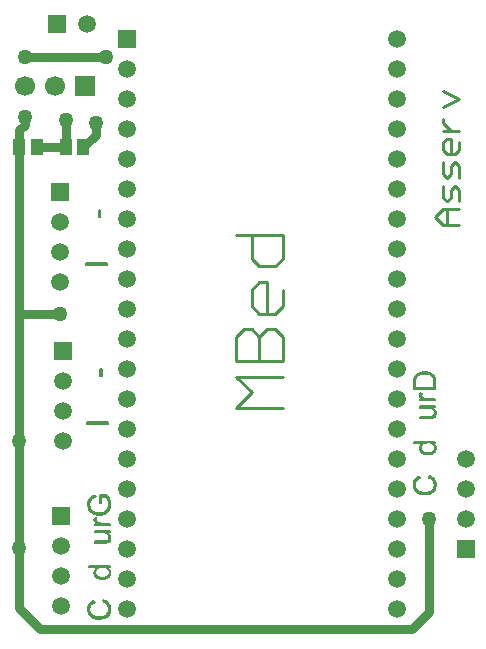
<source format=gtl>
%FSDAX24Y24*%
%MOIN*%
%SFA1B1*%

%IPPOS*%
%ADD10R,0.043300X0.055100*%
%ADD11C,0.031500*%
%ADD12C,0.010000*%
%ADD13R,0.059100X0.059100*%
%ADD14C,0.059100*%
%ADD15R,0.059100X0.059100*%
%ADD16R,0.066900X0.066900*%
%ADD17C,0.066900*%
%ADD18C,0.050000*%
%ADD31C,0.005000*%
%LNcarteasserv-1*%
%LPD*%
G54D31*
X024798Y022055D02*
X024754D01*
Y022289*
X024798*
Y022055*
X024748Y022105D02*
X024804D01*
Y022239*
X024748*
Y022105*
X024862Y014592D02*
X024863Y014591D01*
X024872Y014589*
X024880Y014584*
X024894Y014580*
X024905Y014576*
X024917Y014569*
X024947Y014555*
X024977Y014535*
X025005Y014514*
X025016Y014502*
X025027Y014491*
X025026Y014491*
X025029Y014486*
X025033Y014481*
X025036Y014477*
X025041Y014468*
X025047Y014459*
X025052Y014450*
X025056Y014440*
X025063Y014425*
X025068Y014411*
X025073Y014395*
X025077Y014380*
X025085Y014344*
X025087Y014325*
X025088Y014303*
X025088Y014304*
Y014299*
Y014295*
X025087Y014285*
Y014276*
X025085Y014266*
X025083Y014251*
X025082Y014238*
X025075Y014208*
X025068Y014176*
X025055Y014146*
X025049Y014132*
X025041Y014118*
X025039Y014115*
X025041Y014118*
X025037Y014114*
X025034Y014108*
X025023Y014095*
X025008Y014080*
X024990Y014062*
X024966Y014045*
X024939Y014026*
X024913Y014012*
X024942Y014020*
X024905Y014011*
X024899Y014008*
X024894Y014006*
X024886Y014003*
X024875Y014000*
X024865Y013997*
X024851Y013994*
X024838Y013990*
X024823Y013987*
X024788Y013980*
X024754Y013975*
X024715Y013974*
X024706Y013975*
X024697Y013976*
X024686*
X024674Y013976*
X024664Y013977*
X024650Y013980*
X024617Y013986*
X024585Y013992*
X024552Y014003*
X024515Y014018*
X024519Y014018*
X024520Y014017*
X024514Y014021*
X024507Y014024*
X024501Y014028*
X024494Y014033*
X024475Y014047*
X024454Y014064*
X024434Y014084*
X024414Y014108*
X024399Y014129*
X024395Y014139*
X024393Y014142*
X024392Y014146*
X024388Y014156*
X024383Y014164*
X024380Y014173*
X024376Y014185*
X024372Y014197*
X024369Y014209*
X024361Y014239*
X024356Y014271*
X024354Y014307*
X024355Y014307*
Y014311*
Y014316*
X024355Y014322*
X024356Y014332*
X024357Y014344*
X024358Y014355*
X024361Y014367*
X024368Y014396*
X024377Y014426*
X024383Y014441*
X024390Y014455*
X024398Y014469*
X024408Y014481*
X024410Y014484*
X024413Y014489*
X024412Y014488*
X024416Y014492*
X024422Y014498*
X024430Y014506*
X024438Y014513*
X024446Y014521*
X024457Y014530*
X024467Y014537*
X024480Y014545*
X024494Y014554*
X024508Y014561*
X024523Y014568*
X024533Y014572*
X024561Y014516*
X024576Y014536*
X024562Y014529*
X024557Y014528*
X024549Y014524*
X024542Y014521*
X024533Y014517*
X024516Y014509*
X024496Y014498*
X024473Y014483*
X024451Y014466*
X024430Y014442*
X024429Y014438*
X024425Y014432*
X024419Y014421*
X024411Y014405*
X024403Y014386*
X024396Y014361*
X024391Y014335*
X024390Y014304*
X024390Y014303*
Y014301*
Y014293*
X024391Y014287*
Y014280*
X024392Y014270*
X024396Y014248*
X024400Y014223*
X024410Y014197*
X024421Y014170*
X024434Y014152*
X024438Y014142*
X024441Y014139*
X024447Y014132*
X024456Y014121*
X024471Y014107*
X024489Y014094*
X024508Y014079*
X024534Y014064*
X024566Y014052*
X024563Y014053*
X024565Y014052*
X024569Y014051*
X024574Y014049*
X024583Y014046*
X024592Y014045*
X024610Y014040*
X024633Y014036*
X024658Y014032*
X024686Y014030*
X024715Y014029*
X024733Y014029*
X024741Y014030*
X024752*
X024763Y014031*
X024775Y014032*
X024802Y014036*
X024832Y014040*
X024863Y014047*
X024888Y014056*
X024896*
X024903Y014063*
X024904Y014064*
X024905Y014063*
X024921Y014070*
X024938Y014081*
X024958Y014095*
X024976Y014111*
X024996Y014130*
X025015Y014160*
X025013Y014154*
X025014Y014155*
X025018Y014162*
X025020Y014166*
X025025Y014181*
X025033Y014198*
X025039Y014218*
X025046Y014241*
X025050Y014269*
X025051Y014296*
X025052Y014298*
Y014301*
Y014307*
X025051Y014313*
Y014319*
X025049Y014329*
X025046Y014352*
X025039Y014376*
X025029Y014403*
X025016Y014428*
X024998Y014455*
X024995Y014457*
X024994Y014458*
X024986Y014466*
X024974Y014477*
X024957Y014491*
X024935Y014505*
X024908Y014520*
X024875Y014532*
X024865Y014535*
X024872Y014603*
X024861Y014594*
X024862Y014592*
X024600Y013990D02*
X024840D01*
X024500Y014040D02*
X024600D01*
X024840D02*
X024950D01*
X024440Y014090D02*
X024480D01*
X024960D02*
X025010D01*
X024400Y014140D02*
X024430D01*
X025020D02*
X025050D01*
X024390Y014190D02*
X024410D01*
X025040D02*
X025070D01*
X024370Y014240D02*
X024390D01*
X025060D02*
X025070D01*
X024370Y014290D02*
X024380D01*
X025060D02*
X025090D01*
X024370Y014340D02*
X024380D01*
X025060D02*
X025090D01*
X024380Y014390D02*
X024390D01*
X025050D02*
X025070D01*
X024390Y014440D02*
X024420D01*
X025030D02*
X025050D01*
X024430Y014490D02*
X024480D01*
X024970D02*
X025020D01*
X024480Y014540D02*
X024540D01*
X024880D02*
X024970D01*
X024870Y014590D02*
X024860D01*
X025075Y015698D02*
X024991D01*
X025014Y015652*
X025023Y015647*
X025028Y015642*
X025033Y015639*
X025038Y015633*
X025044Y015626*
X025051Y015618*
X025058Y015608*
X025065Y015597*
X025071Y015587*
X025077Y015576*
X025081Y015563*
X025084Y015550*
X025087Y015535*
X025088Y015517*
X025088Y015518*
Y015516*
Y015515*
X025087Y015512*
X025085Y015498*
X025083Y015484*
X025078Y015466*
X025074Y015449*
X025065Y015429*
X025053Y015403*
X025054Y015410*
X025057Y015412*
X025051Y015405*
X025043Y015396*
X025031Y015383*
X025020Y015372*
X025004Y015359*
X024987Y015348*
X024970Y015339*
X024969*
X024961Y015335*
X024959Y015334*
X024955Y015332*
X024952Y015331*
X024944Y015329*
X024925Y015322*
X024905Y015317*
X024882Y015313*
X024855Y015309*
X024826Y015308*
X024814Y015309*
X024807Y015310*
X024798*
X024780Y015311*
X024758Y015315*
X024735Y015320*
X024709Y015325*
X024682Y015335*
X024685Y015334*
X024686Y015334*
X024681Y015336*
X024676Y015338*
X024667Y015343*
X024653Y015351*
X024637Y015363*
X024621Y015375*
X024607Y015389*
X024599Y015400*
Y015404*
X024592Y015411*
X024589Y015414*
X024585Y015423*
X024579Y015437*
X024573Y015454*
X024568Y015472*
X024564Y015493*
X024562Y015516*
X024563Y015516*
Y015517*
X024564Y015530*
X024565Y015540*
X024568Y015550*
X024571Y015564*
X024576Y015577*
X024582Y015591*
X024583Y015592*
X024585Y015595*
X024588Y015602*
X024595Y015610*
X024601Y015619*
X024609Y015628*
X024619Y015637*
X024684Y015691*
X024367*
Y015734*
X025075*
Y015698*
X024720Y015330D02*
X024950D01*
X024630Y015380D02*
X025020D01*
X024600Y015430D02*
X025060D01*
X024580Y015480D02*
X025070D01*
X024570Y015530D02*
X025090D01*
X024590Y015580D02*
X025070D01*
X024620Y015630D02*
X025030D01*
X024680Y015680D02*
X024990D01*
X024975Y025775D02*
X024267D01*
Y025825*
X024975*
Y025775*
X024925Y025825D02*
X024317D01*
X024292Y025800*
X024925Y025776*
Y025825*
X024748Y027355D02*
X024704D01*
Y027589*
X024748*
Y027355*
X024698Y027405D02*
X024754D01*
Y027539*
X024698*
Y027405*
X025025Y020475D02*
X024317D01*
Y020525*
X025025*
Y020475*
X024975Y020525D02*
X024367D01*
X024342Y020500*
X024975Y020476*
Y020525*
X035712Y018742D02*
X035713Y018741D01*
X035722Y018739*
X035730Y018734*
X035744Y018730*
X035755Y018726*
X035767Y018719*
X035797Y018705*
X035827Y018685*
X035855Y018664*
X035866Y018652*
X035877Y018641*
X035876Y018641*
X035879Y018636*
X035883Y018631*
X035886Y018627*
X035891Y018618*
X035897Y018609*
X035902Y018600*
X035906Y018590*
X035913Y018575*
X035918Y018561*
X035923Y018545*
X035927Y018530*
X035935Y018494*
X035937Y018475*
X035938Y018453*
X035938Y018454*
Y018449*
Y018445*
X035937Y018435*
Y018426*
X035935Y018416*
X035933Y018401*
X035932Y018388*
X035925Y018358*
X035918Y018326*
X035905Y018296*
X035899Y018282*
X035891Y018268*
X035889Y018265*
X035891Y018268*
X035887Y018264*
X035884Y018258*
X035873Y018245*
X035858Y018230*
X035840Y018212*
X035816Y018195*
X035789Y018176*
X035763Y018162*
X035792Y018170*
X035755Y018161*
X035749Y018158*
X035744Y018156*
X035736Y018153*
X035725Y018150*
X035715Y018147*
X035701Y018144*
X035688Y018140*
X035673Y018137*
X035638Y018130*
X035604Y018125*
X035565Y018124*
X035556Y018125*
X035547Y018126*
X035536*
X035524Y018126*
X035514Y018127*
X035500Y018130*
X035467Y018136*
X035435Y018142*
X035402Y018153*
X035365Y018168*
X035369Y018168*
X035370Y018167*
X035364Y018171*
X035357Y018174*
X035351Y018178*
X035344Y018183*
X035325Y018197*
X035304Y018214*
X035284Y018234*
X035264Y018258*
X035249Y018279*
X035245Y018289*
X035243Y018292*
X035242Y018296*
X035238Y018306*
X035233Y018314*
X035230Y018323*
X035226Y018335*
X035222Y018347*
X035219Y018359*
X035211Y018389*
X035206Y018421*
X035204Y018457*
X035205Y018457*
Y018461*
Y018466*
X035205Y018472*
X035206Y018482*
X035207Y018494*
X035208Y018505*
X035211Y018517*
X035218Y018546*
X035227Y018576*
X035233Y018591*
X035240Y018605*
X035248Y018619*
X035258Y018631*
X035260Y018634*
X035263Y018639*
X035262Y018638*
X035266Y018642*
X035272Y018648*
X035280Y018656*
X035288Y018663*
X035296Y018671*
X035307Y018680*
X035317Y018687*
X035330Y018695*
X035344Y018704*
X035358Y018711*
X035373Y018718*
X035383Y018722*
X035411Y018666*
X035426Y018686*
X035412Y018679*
X035407Y018678*
X035399Y018674*
X035392Y018671*
X035383Y018667*
X035366Y018659*
X035346Y018648*
X035323Y018633*
X035301Y018616*
X035280Y018592*
X035279Y018588*
X035275Y018582*
X035269Y018571*
X035261Y018555*
X035253Y018536*
X035246Y018511*
X035241Y018485*
X035240Y018454*
X035240Y018453*
Y018451*
Y018443*
X035241Y018437*
Y018430*
X035242Y018420*
X035246Y018398*
X035250Y018373*
X035260Y018347*
X035271Y018320*
X035284Y018302*
X035288Y018292*
X035291Y018289*
X035297Y018282*
X035306Y018271*
X035321Y018257*
X035339Y018244*
X035358Y018229*
X035384Y018214*
X035416Y018202*
X035413Y018203*
X035415Y018202*
X035419Y018201*
X035424Y018199*
X035433Y018196*
X035442Y018195*
X035460Y018190*
X035483Y018186*
X035508Y018182*
X035536Y018180*
X035565Y018179*
X035583Y018179*
X035591Y018180*
X035602*
X035613Y018181*
X035625Y018182*
X035652Y018186*
X035682Y018190*
X035713Y018197*
X035738Y018206*
X035746*
X035753Y018213*
X035754Y018214*
X035755Y018213*
X035771Y018220*
X035788Y018231*
X035808Y018245*
X035826Y018261*
X035846Y018280*
X035865Y018310*
X035863Y018304*
X035864Y018305*
X035868Y018312*
X035870Y018316*
X035875Y018331*
X035883Y018348*
X035889Y018368*
X035896Y018391*
X035900Y018419*
X035901Y018446*
X035902Y018448*
Y018451*
Y018457*
X035901Y018463*
Y018469*
X035899Y018479*
X035896Y018502*
X035889Y018526*
X035879Y018553*
X035866Y018578*
X035848Y018605*
X035845Y018607*
X035844Y018608*
X035836Y018616*
X035824Y018627*
X035807Y018641*
X035785Y018655*
X035758Y018670*
X035725Y018682*
X035715Y018685*
X035722Y018753*
X035711Y018744*
X035712Y018742*
X035450Y018140D02*
X035690D01*
X035350Y018190D02*
X035450D01*
X035690D02*
X035800D01*
X035290Y018240D02*
X035330D01*
X035810D02*
X035860D01*
X035250Y018290D02*
X035280D01*
X035870D02*
X035900D01*
X035240Y018340D02*
X035260D01*
X035890D02*
X035920D01*
X035220Y018390D02*
X035240D01*
X035910D02*
X035920D01*
X035220Y018440D02*
X035230D01*
X035910D02*
X035940D01*
X035220Y018490D02*
X035230D01*
X035910D02*
X035940D01*
X035230Y018540D02*
X035240D01*
X035900D02*
X035920D01*
X035240Y018590D02*
X035270D01*
X035880D02*
X035900D01*
X035280Y018640D02*
X035330D01*
X035820D02*
X035870D01*
X035330Y018690D02*
X035390D01*
X035730D02*
X035820D01*
X035720Y018740D02*
X035710D01*
X035925Y021028D02*
X035764D01*
X035857Y020981*
X035857Y020981*
X035863Y020976*
X035867Y020972*
X035874Y020967*
X035880Y020959*
X035889Y020951*
X035897Y020941*
X035904Y020931*
X035912Y020920*
X035918Y020907*
X035925Y020892*
X035931Y020878*
X035934Y020863*
X035937Y020846*
X035938Y020827*
X035938Y020827*
Y020822*
X035937Y020815*
X035935Y020802*
X035933Y020789*
X035930Y020776*
X035926Y020762*
X035920Y020746*
X035920Y020746*
X035918Y020742*
X035915Y020736*
X035910Y020728*
X035904Y020719*
X035897Y020710*
X035890Y020703*
X035880Y020694*
X035880Y020693*
X035879Y020693*
X035875Y020691*
X035867Y020687*
X035857Y020682*
X035847Y020678*
X035837Y020674*
X035826Y020671*
X035812Y020669*
X035820Y020671*
X035815*
X035805Y020669*
X035794Y020669*
X035779*
X035761Y020667*
X035426*
Y020711*
X035731*
X035746Y020712*
X035762*
X035779Y020713*
X035794Y020714*
X035806Y020715*
X035813Y020717*
X035816Y020718*
X035824Y020721*
X035835Y020725*
X035847Y020731*
X035860Y020740*
X035871Y020750*
X035877Y020756*
X035883Y020759*
X035888Y020772*
X035891Y020777*
X035896Y020787*
X035899Y020799*
X035904Y020813*
X035906Y020830*
X035908Y020847*
Y020850*
Y020856*
X035906Y020866*
X035905Y020876*
X035903Y020890*
X035897Y020905*
X035892Y020920*
X035882Y020939*
X035880Y020942*
X035872Y020953*
X035864Y020963*
X035855Y020972*
X035842Y020983*
X035828Y020991*
X035814Y020999*
X035807Y021002*
X035803Y021003*
X035795Y021005*
X035782Y021009*
X035765Y021012*
X035744Y021015*
X035722Y021016*
X035696Y021017*
X035426Y021018*
Y021061*
X035925*
Y021028*
X035440Y020690D02*
X035870D01*
Y020740D02*
X035910D01*
Y020790D02*
X035920D01*
Y020840D02*
X035940D01*
X035910Y020890D02*
X035920D01*
X035890Y020940D02*
D01*
X035840Y020990D02*
X035830D01*
X035440Y021040D02*
X035910D01*
X035925Y019848D02*
X035841D01*
X035864Y019802*
X035873Y019797*
X035878Y019792*
X035883Y019789*
X035888Y019783*
X035894Y019776*
X035901Y019768*
X035908Y019758*
X035915Y019747*
X035921Y019737*
X035927Y019726*
X035931Y019713*
X035934Y019700*
X035937Y019685*
X035938Y019667*
X035938Y019668*
Y019666*
Y019665*
X035937Y019662*
X035935Y019648*
X035933Y019634*
X035928Y019616*
X035924Y019599*
X035915Y019579*
X035903Y019553*
X035904Y019560*
X035907Y019562*
X035901Y019555*
X035893Y019546*
X035881Y019533*
X035870Y019522*
X035854Y019509*
X035837Y019498*
X035820Y019489*
X035819*
X035811Y019485*
X035809Y019484*
X035805Y019482*
X035802Y019481*
X035794Y019479*
X035775Y019472*
X035755Y019467*
X035732Y019463*
X035705Y019459*
X035676Y019458*
X035664Y019459*
X035657Y019460*
X035648*
X035630Y019461*
X035608Y019465*
X035585Y019470*
X035559Y019475*
X035532Y019485*
X035535Y019484*
X035536Y019484*
X035531Y019486*
X035526Y019488*
X035517Y019493*
X035503Y019501*
X035487Y019513*
X035471Y019525*
X035457Y019539*
X035449Y019550*
Y019554*
X035442Y019561*
X035439Y019564*
X035435Y019573*
X035429Y019587*
X035423Y019604*
X035418Y019622*
X035414Y019643*
X035412Y019666*
X035413Y019666*
Y019667*
X035414Y019680*
X035415Y019690*
X035418Y019700*
X035421Y019714*
X035426Y019727*
X035432Y019741*
X035433Y019742*
X035435Y019745*
X035438Y019752*
X035445Y019760*
X035451Y019769*
X035459Y019778*
X035469Y019787*
X035534Y019841*
X035217*
Y019884*
X035925*
Y019848*
X035570Y019480D02*
X035800D01*
X035480Y019530D02*
X035870D01*
X035450Y019580D02*
X035910D01*
X035430Y019630D02*
X035920D01*
X035420Y019680D02*
X035940D01*
X035440Y019730D02*
X035920D01*
X035470Y019780D02*
X035880D01*
X035530Y019830D02*
X035840D01*
X024975Y018104D02*
X024976Y018102D01*
X024983Y018095*
X024984Y018093*
X024989Y018086*
X024994Y018079*
X025007Y018059*
X025020Y018037*
X025034Y018013*
X025048Y017985*
X025060Y017961*
X025062Y017953*
X025061Y017953*
X025062Y017952*
X025064Y017944*
X025067Y017937*
X025068Y017932*
X025070Y017922*
X025073Y017911*
X025078Y017887*
X025083Y017862*
X025087Y017834*
X025088Y017806*
X025088Y017806*
Y017802*
Y017797*
X025087Y017789*
Y017780*
X025085Y017769*
X025084Y017756*
X025082Y017744*
X025076Y017713*
X025068Y017680*
X025058Y017647*
X025044Y017618*
X025042Y017616*
X025039Y017608*
X025039Y017607*
X025034Y017602*
X025030Y017594*
X025026Y017588*
X025011Y017568*
X024993Y017547*
X024970Y017527*
X024944Y017506*
X024921Y017490*
X024911Y017486*
X024909Y017485*
X024911Y017485*
X024902Y017483*
X024893Y017478*
X024885Y017475*
X024874Y017471*
X024860Y017467*
X024847Y017463*
X024832Y017460*
X024799Y017451*
X024764Y017447*
X024724Y017446*
X024716*
X024708Y017447*
X024697*
X024687Y017447*
X024674Y017448*
X024662Y017450*
X024631Y017456*
X024598Y017464*
X024563Y017475*
X024523Y017491*
X024526Y017490*
X024525Y017491*
X024521Y017493*
X024515Y017496*
X024509Y017500*
X024501Y017506*
X024479Y017520*
X024458Y017538*
X024437Y017558*
X024416Y017584*
X024406Y017596*
X024404Y017597*
X024413Y017590*
X024396Y017616*
X024391Y017626*
X024389Y017631*
X024385Y017642*
X024380Y017652*
X024376Y017664*
X024373Y017677*
X024369Y017692*
X024361Y017724*
X024356Y017759*
X024354Y017800*
X024355Y017800*
Y017802*
Y017807*
Y017810*
X024356Y017816*
Y017827*
X024357Y017844*
X024361Y017865*
X024365Y017890*
X024371Y017913*
X024381Y017941*
X024380Y017937*
X024381Y017938*
X024383Y017944*
X024384Y017947*
X024389Y017956*
X024398Y017971*
X024407Y017988*
X024419Y018003*
X024432Y018018*
X024443Y018028*
X024447Y018030*
X024454Y018037*
X024463Y018042*
X024477Y018051*
X024493Y018059*
X024512Y018068*
X024534Y018077*
X024537Y018078*
X024567Y018027*
X024603Y018077*
X024564Y018039*
X024563Y018038*
X024551Y018034*
X024538Y018029*
X024523Y018022*
X024507Y018016*
X024489Y018007*
X024472Y017995*
X024470Y017992*
X024467Y017991*
X024459Y017983*
X024449Y017974*
X024440Y017961*
X024431Y017948*
X024421Y017932*
X024412Y017913*
X024408Y017904*
X024405Y017892*
X024400Y017879*
X024397Y017862*
X024394Y017844*
X024391Y017823*
X024390Y017800*
X024390Y017799*
Y017796*
Y017793*
Y017786*
X024391Y017773*
X024392Y017756*
X024396Y017736*
X024399Y017714*
X024406Y017693*
X024413Y017671*
X024417Y017662*
X024423Y017651*
X024430Y017638*
X024439Y017626*
X024448Y017611*
X024461Y017596*
X024476Y017579*
X024482Y017576*
X024482Y017576*
X024489Y017570*
X024499Y017562*
X024512Y017554*
X024525Y017545*
X024540Y017537*
X024561Y017529*
X024558Y017529*
X024563Y017528*
X024566Y017527*
X024570Y017525*
X024577Y017522*
X024587Y017519*
X024605Y017514*
X024629Y017509*
X024656Y017504*
X024687Y017500*
X024719Y017499*
X024730Y017499*
X024738Y017500*
X024747*
X024758Y017502*
X024769Y017503*
X024780Y017504*
X024810Y017507*
X024841Y017514*
X024870Y017523*
X024894Y017535*
X024908Y017538*
X024905Y017537*
X024911Y017541*
X024917Y017546*
X024927Y017553*
X024943Y017564*
X024960Y017579*
X024980Y017598*
X024998Y017621*
X025015Y017652*
X025017Y017656*
X025020Y017666*
X025021Y017667*
X025025Y017676*
X025031Y017694*
X025038Y017718*
X025043Y017742*
X025047Y017770*
X025048Y017800*
X025049Y017802*
Y017804*
Y017808*
Y017814*
X025047Y017828*
X025044Y017844*
X025042Y017863*
X025038Y017887*
X025031Y017912*
X025024Y017932*
X025022Y017942*
X025019Y017944*
X025019Y017945*
X025017Y017948*
X025013Y017959*
X025006Y017975*
X024996Y017991*
X024987Y018007*
X024976Y018024*
X024956Y018047*
X024778*
Y017825*
X024739*
Y018095*
X024984*
X024975Y018104*
X024590Y017470D02*
X024860D01*
X024490Y017520D02*
X024570D01*
X024880D02*
X024950D01*
X024440Y017570D02*
X024480D01*
X024960D02*
X025000D01*
X024410Y017620D02*
X024440D01*
X025010D02*
X025030D01*
X024390Y017670D02*
X024400D01*
X025030D02*
X025060D01*
X024370Y017720D02*
X024390D01*
X025050D02*
X025070D01*
X024370Y017770D02*
X024380D01*
X025060D02*
X025090D01*
X024370Y017820D02*
X024380D01*
X024750D02*
X024770D01*
X025060D02*
X025090D01*
X024370Y017870D02*
X024390D01*
X024750D02*
X024770D01*
X025050D02*
X025070D01*
X024390Y017920D02*
X024410D01*
X024750D02*
X024770D01*
X025040D02*
X025060D01*
X024410Y017970D02*
X024440D01*
X024750D02*
X024770D01*
X025020D02*
X025050D01*
X024440Y018020D02*
X024510D01*
X024750D02*
X024770D01*
X024990D02*
X025020D01*
X024520Y018070D02*
X024540D01*
X024600D02*
X024590D01*
X024750D02*
X024990D01*
X035587Y022195D02*
X035597D01*
X035616Y022194*
X035638Y022191*
X035664Y022187*
X035689Y022182*
X035717Y022175*
X035714Y022175*
X035714Y022175*
X035720Y022173*
X035724Y022172*
X035734Y022168*
X035751Y022162*
X035766Y022156*
X035784Y022147*
X035800Y022138*
X035819Y022125*
X035819Y022125*
X035821Y022123*
X035830Y022117*
X035840Y022108*
X035849Y022099*
X035860Y022089*
X035870Y022077*
X035883Y022059*
X035881Y022060*
X035886Y022051*
X035891Y022042*
X035897Y022031*
X035902Y022017*
X035908Y022001*
X035912Y021985*
Y021981*
X035915Y021973*
X035916Y021966*
X035918Y021950*
X035920Y021934*
X035923Y021913*
X035924Y021891*
X035925Y021867*
X035925Y021621*
X035217*
Y021855*
Y021856*
Y021859*
Y021863*
Y021870*
Y021877*
Y021884*
X035218Y021904*
X035219Y021925*
X035221Y021946*
X035225Y021967*
X035228Y021987*
X035228Y021986*
X035229Y021990*
X035229Y021989*
X035230Y021992*
X035234Y022004*
X035240Y022018*
X035246Y022035*
X035254Y022051*
X035264Y022068*
X035280Y022093*
X035277Y022082*
X035276Y022081*
X035285Y022094*
X035295Y022103*
X035309Y022114*
X035327Y022129*
X035347Y022142*
X035371Y022155*
X035393Y022166*
X035395*
X035400Y022168*
X035404Y022168*
X035411Y022171*
X035416Y022174*
X035425Y022175*
X035435Y022179*
X035444Y022181*
X035458Y022183*
X035472Y022187*
X035500Y022191*
X035531Y022195*
X035567Y022196*
X035580*
X035587Y022195*
X035230Y021640D02*
X035930D01*
X035230Y021690D02*
X035930D01*
X035230Y021740D02*
X035930D01*
X035230Y021790D02*
X035930D01*
X035230Y021840D02*
X035930D01*
X035230Y021890D02*
X035910D01*
X035230Y021940D02*
X035910D01*
X035240Y021990D02*
X035900D01*
X035260Y022040D02*
X035880D01*
X035300Y022090D02*
X035850D01*
X035360Y022140D02*
X035790D01*
X035510Y022190D02*
X035580D01*
X025075Y016878D02*
X024914D01*
X025007Y016831*
X025007Y016831*
X025013Y016826*
X025017Y016822*
X025024Y016817*
X025030Y016809*
X025039Y016801*
X025047Y016791*
X025054Y016781*
X025062Y016770*
X025068Y016757*
X025075Y016742*
X025081Y016728*
X025084Y016713*
X025087Y016696*
X025088Y016677*
X025088Y016677*
Y016672*
X025087Y016665*
X025085Y016652*
X025083Y016639*
X025080Y016626*
X025076Y016612*
X025070Y016596*
X025070Y016596*
X025068Y016592*
X025065Y016586*
X025060Y016578*
X025054Y016569*
X025047Y016560*
X025040Y016553*
X025030Y016544*
X025030Y016543*
X025029Y016543*
X025025Y016541*
X025017Y016537*
X025007Y016532*
X024997Y016528*
X024987Y016524*
X024976Y016521*
X024962Y016519*
X024970Y016521*
X024965*
X024955Y016519*
X024944Y016519*
X024929*
X024911Y016517*
X024576*
Y016561*
X024881*
X024896Y016562*
X024912*
X024929Y016563*
X024944Y016564*
X024956Y016565*
X024963Y016567*
X024966Y016568*
X024974Y016571*
X024985Y016575*
X024997Y016581*
X025010Y016590*
X025021Y016600*
X025027Y016606*
X025033Y016609*
X025038Y016622*
X025041Y016627*
X025046Y016637*
X025049Y016649*
X025054Y016663*
X025056Y016680*
X025058Y016697*
Y016700*
Y016706*
X025056Y016716*
X025055Y016726*
X025053Y016740*
X025047Y016755*
X025042Y016770*
X025032Y016789*
X025030Y016792*
X025022Y016803*
X025014Y016813*
X025005Y016822*
X024992Y016833*
X024978Y016841*
X024964Y016849*
X024957Y016852*
X024953Y016853*
X024945Y016855*
X024932Y016859*
X024915Y016862*
X024894Y016865*
X024872Y016866*
X024846Y016867*
X024576Y016868*
Y016911*
X025075*
Y016878*
X024590Y016540D02*
X025020D01*
Y016590D02*
X025060D01*
Y016640D02*
X025070D01*
Y016690D02*
X025090D01*
X025060Y016740D02*
X025070D01*
X025040Y016790D02*
D01*
X024990Y016840D02*
X024980D01*
X024590Y016890D02*
X025060D01*
X035470Y021482D02*
X035481Y021505D01*
X035479Y021502*
X035474Y021492*
X035471Y021483*
X035467Y021471*
X035463Y021459*
X035460Y021443*
X035459Y021429*
Y021426*
Y021420*
X035460Y021413*
X035461Y021402*
X035465Y021392*
X035469Y021381*
X035475Y021370*
X035483Y021357*
X035486Y021354*
X035488Y021352*
X035494Y021346*
X035500Y021341*
X035508Y021334*
X035521Y021326*
X035533Y021321*
X035545Y021316*
X035549Y021315*
X035555Y021314*
X035567Y021310*
X035582Y021308*
X035598Y021305*
X035618Y021302*
X035639Y021301*
X035662Y021300*
X035925*
Y021257*
X035426*
Y021291*
X035543*
X035497Y021337*
X035487Y021342*
X035477Y021348*
X035466Y021355*
X035455Y021362*
X035443Y021373*
X035433Y021381*
X035429Y021386*
X035428Y021387*
X035426Y021390*
X035424Y021395*
X035420Y021403*
X035417Y021408*
X035416Y021414*
X035414Y021426*
X035413Y021435*
Y021436*
X035414Y021446*
X035416Y021456*
X035420Y021469*
X035424Y021484*
X035431Y021499*
X035430Y021498*
X035470Y021482*
X035440Y021280D02*
X035920D01*
X035440Y021380D02*
X035460D01*
X035420Y021430D02*
X035450D01*
X035430Y021480D02*
X035460D01*
X024620Y017332D02*
X024631Y017355D01*
X024629Y017352*
X024624Y017342*
X024621Y017333*
X024617Y017321*
X024613Y017309*
X024610Y017293*
X024609Y017279*
Y017276*
Y017270*
X024610Y017263*
X024611Y017252*
X024615Y017242*
X024619Y017231*
X024625Y017220*
X024633Y017207*
X024636Y017204*
X024638Y017202*
X024644Y017196*
X024650Y017191*
X024658Y017184*
X024671Y017176*
X024683Y017171*
X024695Y017166*
X024699Y017165*
X024705Y017164*
X024717Y017160*
X024732Y017158*
X024748Y017155*
X024768Y017152*
X024789Y017151*
X024812Y017150*
X025075*
Y017107*
X024576*
Y017141*
X024693*
X024647Y017187*
X024637Y017192*
X024627Y017198*
X024616Y017205*
X024605Y017212*
X024593Y017223*
X024583Y017231*
X024579Y017236*
X024578Y017237*
X024576Y017240*
X024574Y017245*
X024570Y017253*
X024567Y017258*
X024566Y017264*
X024564Y017276*
X024563Y017285*
Y017286*
X024564Y017296*
X024566Y017306*
X024570Y017319*
X024574Y017334*
X024581Y017349*
X024580Y017348*
X024620Y017332*
X024590Y017130D02*
X025070D01*
X024590Y017230D02*
X024610D01*
X024570Y017280D02*
X024600D01*
X024580Y017330D02*
X024610D01*
%LNcarteasserv-2*%
%LPC*%
G36*
X035566Y022117D02*
X035546D01*
X035536Y022116*
X035525Y022115*
X035512Y022114*
X035499Y022112*
X035469Y022108*
X035439Y022101*
X035410Y022091*
X035397Y022085*
X035384Y022078*
X035383*
X035382Y022076*
X035378Y022074*
X035373Y022071*
X035362Y022063*
X035349Y022051*
X035334Y022037*
X035320Y022021*
X035308Y022003*
X035297Y021983*
X035296Y021981*
X035295Y021975*
X035293Y021966*
X035289Y021952*
X035286Y021934*
X035284Y021912*
X035282Y021885*
X035281Y021854*
Y021696*
X035861*
Y021856*
Y021858*
Y021860*
Y021863*
Y021869*
X035860Y021882*
X035859Y021899*
X035858Y021918*
X035855Y021937*
X035852Y021956*
X035847Y021973*
X035846Y021975*
X035845Y021980*
X035842Y021988*
X035837Y021997*
X035831Y022009*
X035825Y022020*
X035817Y022031*
X035808Y022041*
X035807Y022042*
X035801Y022047*
X035793Y022054*
X035783Y022062*
X035769Y022070*
X035753Y022079*
X035733Y022088*
X035712Y022096*
X035711*
X035710Y022097*
X035707Y022099*
X035702Y022100*
X035696Y022101*
X035689Y022103*
X035672Y022107*
X035650Y022110*
X035625Y022114*
X035597Y022116*
X035566Y022117*
G37*
G36*
X035624Y020433D02*
X035620D01*
X035617Y020431*
X035612*
X035599Y020429*
X035584Y020426*
X035568Y020421*
X035551Y020414*
X035534Y020407*
X035520Y020397*
X035519*
X035518Y020394*
X035511Y020389*
X035503Y020378*
X035492Y020366*
X035482Y020348*
X035473Y020329*
X035467Y020307*
X035466Y020294*
X035465Y020281*
Y020280*
Y020279*
Y020276*
X035466Y020271*
X035467Y020258*
X035470Y020243*
X035475Y020226*
X035483Y020209*
X035493Y020190*
X035508Y020173*
X035511Y020171*
X035516Y020166*
X035526Y020159*
X035540Y020151*
X035556Y020143*
X035575Y020135*
X035598Y020129*
X035624Y020126*
Y020433*
G37*
G36*
X024853Y015675D02*
X024824D01*
X024816Y015674*
X024807*
X024797Y015673*
X024771Y015669*
X024745Y015665*
X024717Y015656*
X024691Y015646*
X024679Y015639*
X024669Y015631*
X024668*
X024666Y015629*
X024661Y015623*
X024651Y015614*
X024642Y015601*
X024633Y015586*
X024624Y015568*
X024618Y015547*
X024616Y015535*
Y015524*
Y015523*
Y015522*
Y015518*
X024617Y015513*
X024618Y015502*
X024622Y015488*
X024628Y015472*
X024638Y015455*
X024649Y015437*
X024657Y015429*
X024666Y015421*
X024669Y015419*
X024672Y015418*
X024676Y015414*
X024681Y015412*
X024688Y015409*
X024696Y015404*
X024706Y015400*
X024716Y015397*
X024728Y015392*
X024741Y015389*
X024755Y015387*
X024771Y015383*
X024789Y015382*
X024807Y015380*
X024837*
X024844Y015381*
X024853*
X024862Y015382*
X024887Y015385*
X024912Y015390*
X024939Y015398*
X024963Y015409*
X024974Y015415*
X024985Y015424*
X024987Y015426*
X024993Y015432*
X025001Y015441*
X025010Y015454*
X025020Y015468*
X025029Y015486*
X025034Y015507*
X025035Y015517*
X025037Y015528*
Y015530*
Y015531*
Y015534*
X025035Y015539*
X025034Y015550*
X025031Y015564*
X025024Y015580*
X025016Y015598*
X025003Y015616*
X024996Y015624*
X024987Y015632*
X024986*
X024985Y015635*
X024981Y015636*
X024978Y015639*
X024972Y015643*
X024966Y015646*
X024958Y015650*
X024949Y015654*
X024940Y015658*
X024928Y015661*
X024916Y015665*
X024902Y015668*
X024887Y015671*
X024871Y015673*
X024853Y015675*
G37*
G36*
X024774Y016283D02*
X024770D01*
X024767Y016281*
X024762*
X024749Y016279*
X024734Y016276*
X024718Y016271*
X024701Y016264*
X024684Y016257*
X024670Y016247*
X024669*
X024668Y016244*
X024661Y016239*
X024653Y016228*
X024642Y016216*
X024632Y016198*
X024623Y016179*
X024617Y016157*
X024616Y016144*
X024615Y016131*
Y016130*
Y016129*
Y016126*
X024616Y016121*
X024617Y016108*
X024620Y016093*
X024625Y016076*
X024633Y016059*
X024643Y016040*
X024658Y016023*
X024661Y016021*
X024666Y016016*
X024676Y016009*
X024690Y016001*
X024706Y015993*
X024725Y015985*
X024748Y015979*
X024774Y015976*
Y016283*
G37*
G36*
X024843Y015113D02*
X024814D01*
X024806Y015112*
X024798*
X024789Y015111*
X024766Y015108*
X024741Y015102*
X024715Y015094*
X024691Y015082*
X024669Y015066*
X024668*
X024666Y015064*
X024661Y015058*
X024651Y015048*
X024642Y015035*
X024633Y015018*
X024624Y014998*
X024618Y014976*
X024616Y014965*
Y014952*
Y014951*
Y014949*
Y014945*
X024617Y014940*
X024618Y014928*
X024623Y014912*
X024628Y014893*
X024638Y014874*
X024651Y014854*
X024660Y014845*
X024669Y014835*
X024671Y014833*
X024675Y014831*
X024678Y014829*
X024684Y014825*
X024691Y014822*
X024699Y014817*
X024708Y014814*
X024718Y014809*
X024730Y014804*
X024743Y014801*
X024758Y014797*
X024773Y014795*
X024790Y014793*
X024807Y014791*
X024837*
X024844Y014792*
X024852*
X024862Y014793*
X024886Y014796*
X024911Y014802*
X024937Y014809*
X024963Y014821*
X024974Y014827*
X024985Y014835*
X024987Y014838*
X024993Y014844*
X025001Y014854*
X025010Y014868*
X025020Y014884*
X025029Y014905*
X025034Y014927*
X025035Y014939*
X025037Y014952*
Y014953*
Y014955*
Y014959*
X025035Y014963*
X025034Y014976*
X025030Y014992*
X025024Y015011*
X025015Y015030*
X025002Y015049*
X024994Y015058*
X024985Y015067*
X024984*
X024982Y015070*
X024979Y015072*
X024974Y015074*
X024969Y015078*
X024962Y015082*
X024954Y015086*
X024944Y015090*
X024934Y015095*
X024922Y015098*
X024909Y015103*
X024894Y015106*
X024879Y015109*
X024861Y015111*
X024843Y015113*
G37*
G36*
X035703Y019825D02*
X035674D01*
X035666Y019824*
X035657*
X035647Y019823*
X035621Y019819*
X035595Y019815*
X035567Y019806*
X035541Y019796*
X035529Y019789*
X035519Y019781*
X035518*
X035516Y019779*
X035511Y019773*
X035501Y019764*
X035492Y019751*
X035483Y019736*
X035474Y019718*
X035468Y019697*
X035466Y019685*
Y019674*
Y019673*
Y019672*
Y019668*
X035467Y019663*
X035468Y019652*
X035472Y019638*
X035478Y019622*
X035488Y019605*
X035499Y019587*
X035507Y019579*
X035516Y019571*
X035519Y019569*
X035522Y019568*
X035526Y019564*
X035531Y019562*
X035538Y019559*
X035546Y019554*
X035556Y019550*
X035566Y019547*
X035578Y019542*
X035591Y019539*
X035605Y019537*
X035621Y019533*
X035639Y019532*
X035657Y019530*
X035687*
X035694Y019531*
X035703*
X035712Y019532*
X035737Y019535*
X035762Y019540*
X035789Y019548*
X035813Y019559*
X035824Y019565*
X035835Y019574*
X035837Y019576*
X035843Y019582*
X035851Y019591*
X035860Y019604*
X035870Y019619*
X035879Y019636*
X035884Y019657*
X035885Y019667*
X035887Y019678*
Y019680*
Y019681*
Y019684*
X035885Y019689*
X035884Y019700*
X035881Y019714*
X035874Y019730*
X035866Y019748*
X035853Y019766*
X035846Y019774*
X035837Y019782*
X035836*
X035835Y019785*
X035831Y019786*
X035828Y019789*
X035822Y019793*
X035816Y019796*
X035808Y019800*
X035799Y019804*
X035790Y019808*
X035778Y019811*
X035766Y019815*
X035752Y019818*
X035737Y019821*
X035721Y019823*
X035703Y019825*
G37*
G36*
X035693Y019263D02*
X035664D01*
X035656Y019262*
X035648*
X035639Y019261*
X035616Y019258*
X035591Y019252*
X035565Y019244*
X035541Y019232*
X035519Y019216*
X035518*
X035516Y019214*
X035511Y019208*
X035501Y019198*
X035492Y019185*
X035483Y019168*
X035474Y019148*
X035468Y019126*
X035466Y019115*
Y019102*
Y019101*
Y019099*
Y019095*
X035467Y019090*
X035468Y019078*
X035473Y019062*
X035478Y019043*
X035488Y019024*
X035501Y019004*
X035510Y018995*
X035519Y018986*
X035521Y018983*
X035525Y018981*
X035528Y018979*
X035534Y018975*
X035541Y018972*
X035549Y018967*
X035558Y018964*
X035568Y018959*
X035580Y018954*
X035593Y018951*
X035608Y018947*
X035623Y018945*
X035640Y018943*
X035657Y018941*
X035687*
X035694Y018942*
X035702*
X035712Y018943*
X035736Y018946*
X035761Y018952*
X035787Y018959*
X035813Y018971*
X035824Y018977*
X035835Y018986*
X035837Y018988*
X035843Y018994*
X035851Y019004*
X035860Y019018*
X035870Y019034*
X035879Y019055*
X035884Y019077*
X035885Y019089*
X035887Y019102*
Y019103*
Y019105*
Y019109*
X035885Y019113*
X035884Y019126*
X035880Y019142*
X035874Y019161*
X035865Y019180*
X035852Y019199*
X035844Y019208*
X035835Y019217*
X035834*
X035832Y019220*
X035829Y019222*
X035824Y019224*
X035819Y019228*
X035812Y019232*
X035804Y019236*
X035794Y019240*
X035784Y019245*
X035772Y019248*
X035759Y019253*
X035744Y019256*
X035729Y019259*
X035711Y019261*
X035693Y019263*
G37*
%LNcarteasserv-3*%
%LPD*%
G54D10*
X023605Y029700D03*
X024195D03*
X022645D03*
X022055D03*
G54D11*
X022050Y024150D02*
X023400D01*
X022055Y024155D02*
Y029700D01*
X035700Y014200D02*
Y017300D01*
X035150Y013650D02*
X035700Y014200D01*
X025277Y013650D02*
X035150D01*
X022757Y013643D02*
X025269D01*
X022050Y014350D02*
X022757Y013643D01*
X025269D02*
X025277Y013650D01*
X022250Y032700D02*
X024950D01*
X024600Y030105D02*
Y030500D01*
X024195Y029700D02*
X024600Y030105D01*
X023605Y029700D02*
Y030595D01*
X022645Y029700D02*
X023605D01*
X022055D02*
Y030255D01*
X022250Y030450*
Y030700*
X022050Y016350D02*
Y019900D01*
Y024150*
Y014350D02*
Y016350D01*
G54D12*
X030850Y021000D02*
X029276D01*
X029800Y021525*
X029276Y022050*
X030850*
X029276Y022574D02*
X030850D01*
Y023361*
X030588Y023624*
X030325*
X030063Y023361*
Y022574*
Y023361*
X029800Y023624*
X029538*
X029276Y023361*
Y022574*
X030850Y024936D02*
Y024411D01*
X030588Y024149*
X030063*
X029800Y024411*
Y024936*
X030063Y025198*
X030325*
Y024149*
X029276Y026772D02*
X030850D01*
Y025985*
X030588Y025723*
X030063*
X029800Y025985*
Y026772*
X036700Y027100D02*
X036175D01*
X035913Y027362*
X036175Y027625*
X036700*
X036306*
Y027100*
X036700Y027887D02*
Y028281D01*
X036569Y028412*
X036438Y028281*
Y028018*
X036306Y027887*
X036175Y028018*
Y028412*
X036700Y028674D02*
Y029068D01*
X036569Y029199*
X036438Y029068*
Y028805*
X036306Y028674*
X036175Y028805*
Y029199*
X036700Y029855D02*
Y029593D01*
X036569Y029461*
X036306*
X036175Y029593*
Y029855*
X036306Y029986*
X036438*
Y029461*
X036175Y030249D02*
X036700D01*
X036438*
X036306Y030380*
X036175Y030511*
Y030642*
Y031036D02*
X036700Y031298D01*
X036175Y031560*
G54D13*
X023400Y028200D03*
X023500Y022900D03*
X036950Y016300D03*
X023450Y017400D03*
G54D14*
X023400Y027200D03*
Y026200D03*
Y025200D03*
X023500Y021900D03*
Y020900D03*
Y019900D03*
X036950Y017300D03*
Y018300D03*
Y019300D03*
X034650Y014300D03*
Y015300D03*
Y016300D03*
Y017300D03*
Y018300D03*
Y019300D03*
Y020300D03*
Y021300D03*
Y022300D03*
Y023300D03*
Y024300D03*
Y025300D03*
Y026300D03*
Y027300D03*
Y028300D03*
Y029300D03*
Y030300D03*
Y031300D03*
Y032300D03*
Y033300D03*
X025650Y014300D03*
Y015300D03*
Y016300D03*
Y017300D03*
Y018300D03*
Y019300D03*
Y020300D03*
Y021300D03*
Y022300D03*
Y023300D03*
Y024300D03*
Y025300D03*
Y026300D03*
Y027300D03*
Y028300D03*
Y029300D03*
Y030300D03*
Y031300D03*
Y032300D03*
X023450Y016400D03*
Y015400D03*
Y014400D03*
X024300Y033800D03*
G54D15*
X025650Y033300D03*
X023300Y033800D03*
G54D16*
X024250Y031750D03*
G54D17*
X023250Y031750D03*
X022250D03*
G54D18*
X024950Y032700D03*
X022250D03*
X024600Y030500D03*
X023605Y030595D03*
X022250Y030700D03*
X022050Y016350D03*
Y019900D03*
X023400Y024150D03*
X035700Y017300D03*
M02*
</source>
